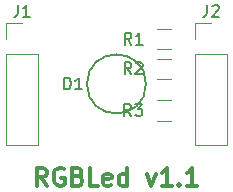
<source format=gbr>
G04 #@! TF.GenerationSoftware,KiCad,Pcbnew,(5.0.0)*
G04 #@! TF.CreationDate,2018-11-17T14:12:32+01:00*
G04 #@! TF.ProjectId,RGBLed_MDversion,5247424C65645F4D4476657273696F6E,rev?*
G04 #@! TF.SameCoordinates,Original*
G04 #@! TF.FileFunction,Legend,Top*
G04 #@! TF.FilePolarity,Positive*
%FSLAX46Y46*%
G04 Gerber Fmt 4.6, Leading zero omitted, Abs format (unit mm)*
G04 Created by KiCad (PCBNEW (5.0.0)) date 11/17/18 14:12:32*
%MOMM*%
%LPD*%
G01*
G04 APERTURE LIST*
%ADD10C,0.300000*%
%ADD11C,0.120000*%
%ADD12C,0.150000*%
G04 APERTURE END LIST*
D10*
X144107142Y-103608571D02*
X143607142Y-102894285D01*
X143250000Y-103608571D02*
X143250000Y-102108571D01*
X143821428Y-102108571D01*
X143964285Y-102180000D01*
X144035714Y-102251428D01*
X144107142Y-102394285D01*
X144107142Y-102608571D01*
X144035714Y-102751428D01*
X143964285Y-102822857D01*
X143821428Y-102894285D01*
X143250000Y-102894285D01*
X145535714Y-102180000D02*
X145392857Y-102108571D01*
X145178571Y-102108571D01*
X144964285Y-102180000D01*
X144821428Y-102322857D01*
X144750000Y-102465714D01*
X144678571Y-102751428D01*
X144678571Y-102965714D01*
X144750000Y-103251428D01*
X144821428Y-103394285D01*
X144964285Y-103537142D01*
X145178571Y-103608571D01*
X145321428Y-103608571D01*
X145535714Y-103537142D01*
X145607142Y-103465714D01*
X145607142Y-102965714D01*
X145321428Y-102965714D01*
X146750000Y-102822857D02*
X146964285Y-102894285D01*
X147035714Y-102965714D01*
X147107142Y-103108571D01*
X147107142Y-103322857D01*
X147035714Y-103465714D01*
X146964285Y-103537142D01*
X146821428Y-103608571D01*
X146250000Y-103608571D01*
X146250000Y-102108571D01*
X146750000Y-102108571D01*
X146892857Y-102180000D01*
X146964285Y-102251428D01*
X147035714Y-102394285D01*
X147035714Y-102537142D01*
X146964285Y-102680000D01*
X146892857Y-102751428D01*
X146750000Y-102822857D01*
X146250000Y-102822857D01*
X148464285Y-103608571D02*
X147750000Y-103608571D01*
X147750000Y-102108571D01*
X149535714Y-103537142D02*
X149392857Y-103608571D01*
X149107142Y-103608571D01*
X148964285Y-103537142D01*
X148892857Y-103394285D01*
X148892857Y-102822857D01*
X148964285Y-102680000D01*
X149107142Y-102608571D01*
X149392857Y-102608571D01*
X149535714Y-102680000D01*
X149607142Y-102822857D01*
X149607142Y-102965714D01*
X148892857Y-103108571D01*
X150892857Y-103608571D02*
X150892857Y-102108571D01*
X150892857Y-103537142D02*
X150750000Y-103608571D01*
X150464285Y-103608571D01*
X150321428Y-103537142D01*
X150250000Y-103465714D01*
X150178571Y-103322857D01*
X150178571Y-102894285D01*
X150250000Y-102751428D01*
X150321428Y-102680000D01*
X150464285Y-102608571D01*
X150750000Y-102608571D01*
X150892857Y-102680000D01*
X152607142Y-102608571D02*
X152964285Y-103608571D01*
X153321428Y-102608571D01*
X154678571Y-103608571D02*
X153821428Y-103608571D01*
X154250000Y-103608571D02*
X154250000Y-102108571D01*
X154107142Y-102322857D01*
X153964285Y-102465714D01*
X153821428Y-102537142D01*
X155321428Y-103465714D02*
X155392857Y-103537142D01*
X155321428Y-103608571D01*
X155250000Y-103537142D01*
X155321428Y-103465714D01*
X155321428Y-103608571D01*
X156821428Y-103608571D02*
X155964285Y-103608571D01*
X156392857Y-103608571D02*
X156392857Y-102108571D01*
X156250000Y-102322857D01*
X156107142Y-102465714D01*
X155964285Y-102537142D01*
D11*
G04 #@! TO.C,R2*
X153400000Y-92850000D02*
X154600000Y-92850000D01*
X154600000Y-94610000D02*
X153400000Y-94610000D01*
D12*
G04 #@! TO.C,D1*
X152500000Y-95000000D02*
G75*
G03X152500000Y-95000000I-2500000J0D01*
G01*
D11*
G04 #@! TO.C,R1*
X154600000Y-92070000D02*
X153400000Y-92070000D01*
X153400000Y-90310000D02*
X154600000Y-90310000D01*
G04 #@! TO.C,R3*
X154600000Y-98150000D02*
X153400000Y-98150000D01*
X153400000Y-96390000D02*
X154600000Y-96390000D01*
G04 #@! TO.C,J1*
X140670000Y-89860000D02*
X142000000Y-89860000D01*
X140670000Y-91190000D02*
X140670000Y-89860000D01*
X143330000Y-92460000D02*
X140670000Y-92460000D01*
X143330000Y-100140000D02*
X143330000Y-92460000D01*
X140670000Y-100140000D02*
X143330000Y-100140000D01*
X140670000Y-92460000D02*
X140670000Y-100140000D01*
G04 #@! TO.C,J2*
X156670000Y-92460000D02*
X156670000Y-100140000D01*
X156670000Y-100140000D02*
X159330000Y-100140000D01*
X159330000Y-100140000D02*
X159330000Y-92460000D01*
X159330000Y-92460000D02*
X156670000Y-92460000D01*
X156670000Y-91190000D02*
X156670000Y-89860000D01*
X156670000Y-89860000D02*
X158000000Y-89860000D01*
G04 #@! TO.C,R2*
D12*
X151253333Y-94162380D02*
X150920000Y-93686190D01*
X150681904Y-94162380D02*
X150681904Y-93162380D01*
X151062857Y-93162380D01*
X151158095Y-93210000D01*
X151205714Y-93257619D01*
X151253333Y-93352857D01*
X151253333Y-93495714D01*
X151205714Y-93590952D01*
X151158095Y-93638571D01*
X151062857Y-93686190D01*
X150681904Y-93686190D01*
X151634285Y-93257619D02*
X151681904Y-93210000D01*
X151777142Y-93162380D01*
X152015238Y-93162380D01*
X152110476Y-93210000D01*
X152158095Y-93257619D01*
X152205714Y-93352857D01*
X152205714Y-93448095D01*
X152158095Y-93590952D01*
X151586666Y-94162380D01*
X152205714Y-94162380D01*
G04 #@! TO.C,D1*
X145561904Y-95462380D02*
X145561904Y-94462380D01*
X145800000Y-94462380D01*
X145942857Y-94510000D01*
X146038095Y-94605238D01*
X146085714Y-94700476D01*
X146133333Y-94890952D01*
X146133333Y-95033809D01*
X146085714Y-95224285D01*
X146038095Y-95319523D01*
X145942857Y-95414761D01*
X145800000Y-95462380D01*
X145561904Y-95462380D01*
X147085714Y-95462380D02*
X146514285Y-95462380D01*
X146800000Y-95462380D02*
X146800000Y-94462380D01*
X146704761Y-94605238D01*
X146609523Y-94700476D01*
X146514285Y-94748095D01*
G04 #@! TO.C,R1*
X151273333Y-91662380D02*
X150940000Y-91186190D01*
X150701904Y-91662380D02*
X150701904Y-90662380D01*
X151082857Y-90662380D01*
X151178095Y-90710000D01*
X151225714Y-90757619D01*
X151273333Y-90852857D01*
X151273333Y-90995714D01*
X151225714Y-91090952D01*
X151178095Y-91138571D01*
X151082857Y-91186190D01*
X150701904Y-91186190D01*
X152225714Y-91662380D02*
X151654285Y-91662380D01*
X151940000Y-91662380D02*
X151940000Y-90662380D01*
X151844761Y-90805238D01*
X151749523Y-90900476D01*
X151654285Y-90948095D01*
G04 #@! TO.C,R3*
X151233333Y-97712380D02*
X150900000Y-97236190D01*
X150661904Y-97712380D02*
X150661904Y-96712380D01*
X151042857Y-96712380D01*
X151138095Y-96760000D01*
X151185714Y-96807619D01*
X151233333Y-96902857D01*
X151233333Y-97045714D01*
X151185714Y-97140952D01*
X151138095Y-97188571D01*
X151042857Y-97236190D01*
X150661904Y-97236190D01*
X151566666Y-96712380D02*
X152185714Y-96712380D01*
X151852380Y-97093333D01*
X151995238Y-97093333D01*
X152090476Y-97140952D01*
X152138095Y-97188571D01*
X152185714Y-97283809D01*
X152185714Y-97521904D01*
X152138095Y-97617142D01*
X152090476Y-97664761D01*
X151995238Y-97712380D01*
X151709523Y-97712380D01*
X151614285Y-97664761D01*
X151566666Y-97617142D01*
G04 #@! TO.C,J1*
X141666666Y-88312380D02*
X141666666Y-89026666D01*
X141619047Y-89169523D01*
X141523809Y-89264761D01*
X141380952Y-89312380D01*
X141285714Y-89312380D01*
X142666666Y-89312380D02*
X142095238Y-89312380D01*
X142380952Y-89312380D02*
X142380952Y-88312380D01*
X142285714Y-88455238D01*
X142190476Y-88550476D01*
X142095238Y-88598095D01*
G04 #@! TO.C,J2*
X157666666Y-88312380D02*
X157666666Y-89026666D01*
X157619047Y-89169523D01*
X157523809Y-89264761D01*
X157380952Y-89312380D01*
X157285714Y-89312380D01*
X158095238Y-88407619D02*
X158142857Y-88360000D01*
X158238095Y-88312380D01*
X158476190Y-88312380D01*
X158571428Y-88360000D01*
X158619047Y-88407619D01*
X158666666Y-88502857D01*
X158666666Y-88598095D01*
X158619047Y-88740952D01*
X158047619Y-89312380D01*
X158666666Y-89312380D01*
G04 #@! TD*
M02*

</source>
